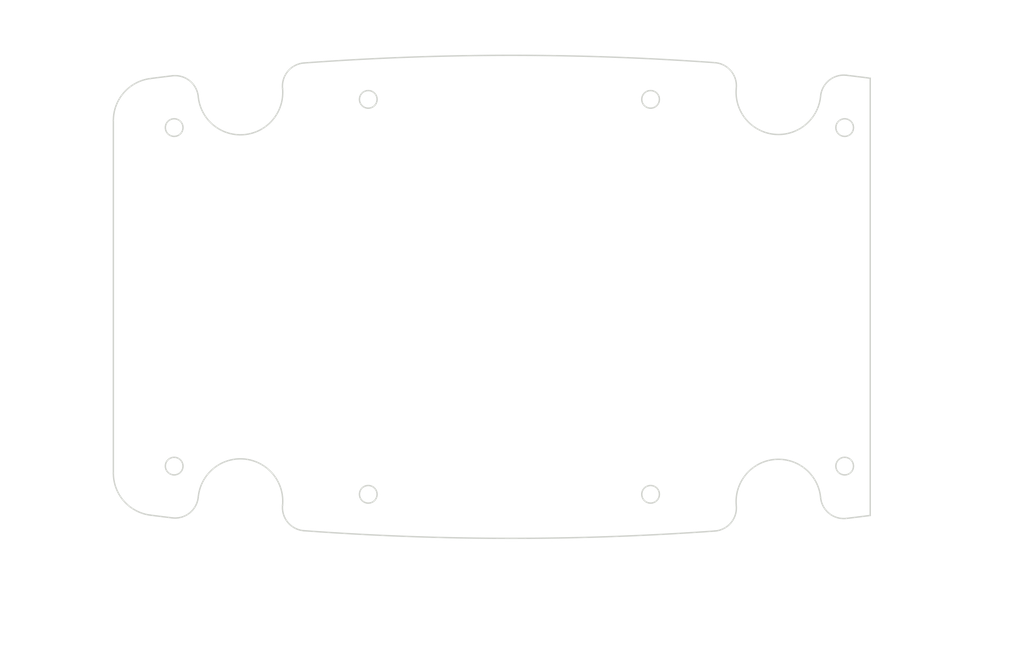
<source format=kicad_pcb>
(kicad_pcb (version 20221018) (generator pcbnew)

  (general
    (thickness 1.6)
  )

  (paper "A4")
  (layers
    (0 "F.Cu" signal)
    (31 "B.Cu" signal)
    (32 "B.Adhes" user "B.Adhesive")
    (33 "F.Adhes" user "F.Adhesive")
    (34 "B.Paste" user)
    (35 "F.Paste" user)
    (36 "B.SilkS" user "B.Silkscreen")
    (37 "F.SilkS" user "F.Silkscreen")
    (38 "B.Mask" user)
    (39 "F.Mask" user)
    (40 "Dwgs.User" user "User.Drawings")
    (41 "Cmts.User" user "User.Comments")
    (42 "Eco1.User" user "User.Eco1")
    (43 "Eco2.User" user "User.Eco2")
    (44 "Edge.Cuts" user)
    (45 "Margin" user)
    (46 "B.CrtYd" user "B.Courtyard")
    (47 "F.CrtYd" user "F.Courtyard")
    (48 "B.Fab" user)
    (49 "F.Fab" user)
  )

  (setup
    (pad_to_mask_clearance 0.051)
    (solder_mask_min_width 0.25)
    (pcbplotparams
      (layerselection 0x00010fc_ffffffff)
      (plot_on_all_layers_selection 0x0000000_00000000)
      (disableapertmacros false)
      (usegerberextensions false)
      (usegerberattributes false)
      (usegerberadvancedattributes false)
      (creategerberjobfile false)
      (dashed_line_dash_ratio 12.000000)
      (dashed_line_gap_ratio 3.000000)
      (svgprecision 4)
      (plotframeref false)
      (viasonmask false)
      (mode 1)
      (useauxorigin false)
      (hpglpennumber 1)
      (hpglpenspeed 20)
      (hpglpendiameter 15.000000)
      (dxfpolygonmode true)
      (dxfimperialunits true)
      (dxfusepcbnewfont true)
      (psnegative false)
      (psa4output false)
      (plotreference true)
      (plotvalue true)
      (plotinvisibletext false)
      (sketchpadsonfab false)
      (subtractmaskfromsilk false)
      (outputformat 1)
      (mirror false)
      (drillshape 1)
      (scaleselection 1)
      (outputdirectory "")
    )
  )

  (net 0 "")

  (gr_line (start 95.160195 66.496648) (end 77.530904 66.496648)
    (stroke (width 0.2) (type solid)) (layer "Dwgs.User") (tstamp 02e37a8a-03a9-428e-b16a-f521dce21def))
  (gr_line (start 98.160195 131.59269) (end 105.293005 131.59269)
    (stroke (width 0.2) (type solid)) (layer "Dwgs.User") (tstamp 04cbee1e-9848-401e-97a1-b7e134473d23))
  (gr_line (start 163.660195 119.496648) (end 163.660195 134.760501)
    (stroke (width 0.2) (type solid)) (layer "Dwgs.User") (tstamp 0537d66d-8324-470a-9a4b-c80d0616dd1d))
  (gr_line (start 161.660195 131.585501) (end 148.277385 131.585501)
    (stroke (width 0.2) (type solid)) (layer "Dwgs.User") (tstamp 06c56912-11d4-4237-8c5a-4e0a2c417361))
  (gr_line (start 94.160195 109.34913) (end 89.54454 109.34913)
    (stroke (width 0.2) (type solid)) (layer "Dwgs.User") (tstamp 0ac27715-88ab-45c9-ad5d-8f50cdd094c6))
  (gr_line (start 189.160195 131.685897) (end 182.027385 131.685897)
    (stroke (width 0.2) (type solid)) (layer "Dwgs.User") (tstamp 217db09b-b57f-4844-9ff3-296bf699255e))
  (gr_line (start 123.570195 62.496648) (end 123.750195 62.496648)
    (stroke (width 0.2) (type solid)) (layer "Dwgs.User") (tstamp 2b74f127-bae3-4431-a3ca-cf81568770e8))
  (gr_line (start 96.160195 113.496648) (end 96.160195 106.17413)
    (stroke (width 0.2) (type solid)) (layer "Dwgs.User") (tstamp 2cd5025a-fc59-433f-bba5-935d6f0dda53))
  (gr_line (start 195.77585 59.496648) (end 215.016088 59.496648)
    (stroke (width 0.2) (type solid)) (layer "Dwgs.User") (tstamp 32f380a7-adab-4f9b-8f02-bf1c10194c31))
  (gr_line (start 87.54454 116.496648) (end 87.54454 141.780195)
    (stroke (width 0.2) (type solid)) (layer "Dwgs.User") (tstamp 35f5f07d-f560-4242-8ebe-21c5e10064fc))
  (gr_line (start 191.160195 115.496648) (end 191.160195 134.860897)
    (stroke (width 0.2) (type solid)) (layer "Dwgs.User") (tstamp 39b21a92-ad88-44ae-9011-d60f5eb474d0))
  (gr_line (start 155.051688 64.496648) (end 155.051688 86.069532)
    (stroke (width 0.2) (type solid)) (layer "Dwgs.User") (tstamp 3d5b1df8-603f-4232-90d8-1b5657d14a5b))
  (gr_line (start 126.573043 51.62575) (end 124.501357 59.357389)
    (stroke (width 0.2) (type solid)) (layer "Dwgs.User") (tstamp 40ba8696-a7c8-4e1d-bf11-acc44aa60bc9))
  (gr_line (start 165.660195 131.685897) (end 172.793005 131.685897)
    (stroke (width 0.2) (type solid)) (layer "Dwgs.User") (tstamp 4300a3d5-3f98-48ba-bca1-e3188f0c837b))
  (gr_line (start 125.660195 131.585501) (end 139.043005 131.585501)
    (stroke (width 0.2) (type solid)) (layer "Dwgs.User") (tstamp 52949149-23ad-4ece-ab56-5051cfc7dbc1))
  (gr_line (start 123.660195 62.586648) (end 123.660195 62.406648)
    (stroke (width 0.2) (type solid)) (layer "Dwgs.User") (tstamp 53818d0d-368f-4470-9e00-98fb281842b0))
  (gr_line (start 143.538221 58.252753) (end 143.538221 86.093844)
    (stroke (width 0.2) (type solid)) (layer "Dwgs.User") (tstamp 59a87412-f5e2-42e3-bda8-7f8d809e886e))
  (gr_line (start 162.660195 62.496648) (end 151.876688 62.496648)
    (stroke (width 0.2) (type solid)) (layer "Dwgs.User") (tstamp 65a17ad4-07ba-432b-a08e-0a2f3bd41955))
  (gr_line (start 80.705904 112.496648) (end 80.705904 94.399513)
    (stroke (width 0.2) (type solid)) (layer "Dwgs.User") (tstamp 677c998c-14b5-48b9-9135-d98bbe26ab70))
  (gr_line (start 81.89548 57.74385) (end 83.89548 57.74385)
    (stroke (width 0.2) (type solid)) (layer "Dwgs.User") (tstamp 6a70697f-b343-4dcd-9624-9b4b140f751d))
  (gr_line (start 89.54454 138.605195) (end 135.262651 138.605195)
    (stroke (width 0.2) (type solid)) (layer "Dwgs.User") (tstamp 74ed0158-598a-40dd-96f1-a7cfd99d804d))
  (gr_line (start 110.624482 52.071009) (end 112.476044 55.86471)
    (stroke (width 0.2) (type solid)) (layer "Dwgs.User") (tstamp 7dbf0dcb-6e3c-408b-b214-3bdff9b2b9b9))
  (gr_line (start 211.841088 61.496648) (end 211.841088 87.034011)
    (stroke (width 0.2) (type solid)) (layer "Dwgs.User") (tstamp 8791804c-4555-4761-9d02-a1d7a0752741))
  (gr_line (start 163.660195 119.496648) (end 163.660195 134.860897)
    (stroke (width 0.2) (type solid)) (layer "Dwgs.User") (tstamp 88af5328-2a59-4e51-a674-452ad258a03e))
  (gr_line (start 113.222788 74.539862) (end 111.222788 74.539862)
    (stroke (width 0.2) (type solid)) (layer "Dwgs.User") (tstamp 8a34dd8a-219a-4563-ab41-16695911cd82))
  (gr_line (start 192.77585 138.605195) (end 146.057739 138.605195)
    (stroke (width 0.2) (type solid)) (layer "Dwgs.User") (tstamp 8b9f09ba-fdf7-4df6-b35c-bd58f359ae29))
  (gr_line (start 83.89548 57.74385) (end 87.308181 60.485877)
    (stroke (width 0.2) (type solid)) (layer "Dwgs.User") (tstamp a28b76de-702e-49b4-b2f5-3deabda42562))
  (gr_line (start 111.222788 74.539862) (end 108.744643 68.861936)
    (stroke (width 0.2) (type solid)) (layer "Dwgs.User") (tstamp a44f0df6-25a1-4023-8a71-8a2b73bad491))
  (gr_line (start 194.77585 122.496648) (end 194.77585 141.780195)
    (stroke (width 0.2) (type solid)) (layer "Dwgs.User") (tstamp aa0c8d94-e93f-488f-9332-9ab6cb584d52))
  (gr_line (start 123.660195 119.496648) (end 123.660195 134.76769)
    (stroke (width 0.2) (type solid)) (layer "Dwgs.User") (tstamp ae9c8a31-92e8-45b5-9d02-bda4f6121bff))
  (gr_line (start 211.841088 119.496648) (end 211.841088 94.839741)
    (stroke (width 0.2) (type solid)) (layer "Dwgs.User") (tstamp c233cd12-03e4-428d-af43-2fbc5195387a))
  (gr_line (start 95.160195 114.496648) (end 77.530904 114.496648)
    (stroke (width 0.2) (type solid)) (layer "Dwgs.User") (tstamp c7dbae36-4091-4643-9566-a98e125b37c5))
  (gr_line (start 87.54454 109.34913) (end 85.54454 109.34913)
    (stroke (width 0.2) (type solid)) (layer "Dwgs.User") (tstamp c9ca0c27-cac8-441e-b6f7-f1afaa2cd404))
  (gr_line (start 155.051688 116.496648) (end 155.051688 93.875262)
    (stroke (width 0.2) (type solid)) (layer "Dwgs.User") (tstamp caf9f254-097f-46f4-b7f3-156648dcf402))
  (gr_line (start 123.660195 119.496648) (end 123.660195 134.760501)
    (stroke (width 0.2) (type solid)) (layer "Dwgs.User") (tstamp d075f145-404f-4e2a-9fba-65c4217ca9df))
  (gr_line (start 121.660195 131.59269) (end 114.527385 131.59269)
    (stroke (width 0.2) (type solid)) (layer "Dwgs.User") (tstamp d11dad2a-9350-461c-8fca-ba2aded6300f))
  (gr_line (start 195.77585 121.496648) (end 215.016088 121.496648)
    (stroke (width 0.2) (type solid)) (layer "Dwgs.User") (tstamp e0314df3-600c-4845-a293-b202917d91b8))
  (gr_line (start 143.538221 122.740665) (end 143.538221 93.899574)
    (stroke (width 0.2) (type solid)) (layer "Dwgs.User") (tstamp e34af245-3d48-4ad7-8f5e-a7d248f76064))
  (gr_line (start 162.660195 118.496648) (end 151.876688 118.496648)
    (stroke (width 0.2) (type solid)) (layer "Dwgs.User") (tstamp e8eee315-87be-42a9-8b9a-fb55c3253388))
  (gr_line (start 80.705904 68.496648) (end 80.705904 86.593783)
    (stroke (width 0.2) (type solid)) (layer "Dwgs.User") (tstamp ec1387b7-20be-4bc9-a567-a155e6904980))
  (gr_line (start 108.624482 52.071009) (end 110.624482 52.071009)
    (stroke (width 0.2) (type solid)) (layer "Dwgs.User") (tstamp f166880c-eb4a-4683-a810-3e2172a6f4ce))
  (gr_line (start 96.160195 115.496648) (end 96.160195 134.76769)
    (stroke (width 0.2) (type solid)) (layer "Dwgs.User") (tstamp fbd9bb36-f026-401c-9778-a0b66a7cf0ab))
  (gr_line (start 128.684748 51.62575) (end 126.573043 51.62575)
    (stroke (width 0.2) (type solid)) (layer "Dwgs.User") (tstamp fc965812-dae1-45b5-9825-27c0f053b1fd))
  (gr_arc (start 187.748454 62.043075) (mid 188.963345 59.788063) (end 191.4254 59.081436)
    (stroke (width 0.2) (type solid)) (layer "Edge.Cuts") (tstamp 02c523f3-90da-40ca-88cd-7dcfd266444f))
  (gr_circle (center 123.660195 118.496648) (end 124.910195 118.496648)
    (stroke (width 0.2) (type solid)) (fill none) (layer "Edge.Cuts") (tstamp 092c2b24-1093-42f2-ab8a-c34a5b7b0807))
  (gr_line (start 194.77585 121.496648) (end 194.77585 59.496648)
    (stroke (width 0.2) (type solid)) (layer "Edge.Cuts") (tstamp 0c7de331-c0f3-42ae-a5b5-6e7ac2e5e322))
  (gr_arc (start 114.557741 57.336654) (mid 143.656099 56.252753) (end 172.756114 57.291228)
    (stroke (width 0.2) (type solid)) (layer "Edge.Cuts") (tstamp 1891c946-820a-4648-827c-e8e360203d85))
  (gr_arc (start 111.516243 60.947821) (mid 112.27665 58.501841) (end 114.557741 57.336654)
    (stroke (width 0.2) (type solid)) (layer "Edge.Cuts") (tstamp 470e2c1b-5b8d-4a17-8230-3b4cf307f515))
  (gr_line (start 87.54454 65.496648) (end 87.54454 115.496648)
    (stroke (width 0.2) (type solid)) (layer "Edge.Cuts") (tstamp 4831e5fd-43d8-4179-9237-40cd90ab6300))
  (gr_circle (center 191.160195 114.496648) (end 192.410195 114.496648)
    (stroke (width 0.2) (type solid)) (fill none) (layer "Edge.Cuts") (tstamp 4c05a6df-d334-486a-9c4b-e27e9cb5afeb))
  (gr_arc (start 114.557741 123.656643) (mid 112.276649 122.491456) (end 111.516242 120.045475)
    (stroke (width 0.2) (type solid)) (layer "Edge.Cuts") (tstamp 4d8238d0-0bee-4af7-93da-494e910a0401))
  (gr_circle (center 191.160195 66.496648) (end 192.410195 66.496648)
    (stroke (width 0.2) (type solid)) (fill none) (layer "Edge.Cuts") (tstamp 5833f366-a089-4cf9-a1f2-8277683c3eff))
  (gr_circle (center 96.160195 66.496648) (end 97.410195 66.496648)
    (stroke (width 0.2) (type solid)) (fill none) (layer "Edge.Cuts") (tstamp 58891a31-66f3-42ad-9cbe-b5cda6aeec35))
  (gr_arc (start 95.891273 59.156003) (mid 98.354428 59.858786) (end 99.572837 62.111899)
    (stroke (width 0.2) (type solid)) (layer "Edge.Cuts") (tstamp 66d6cb3a-31d2-4095-a608-99d2104d6d8e))
  (gr_circle (center 163.660195 62.496648) (end 164.910195 62.496648)
    (stroke (width 0.2) (type solid)) (fill none) (layer "Edge.Cuts") (tstamp 677aac8d-5dbf-4526-bff0-bab1c22bd8ae))
  (gr_arc (start 111.516243 60.947821) (mid 106.126579 67.501563) (end 99.572837 62.111899)
    (stroke (width 0.2) (type solid)) (layer "Edge.Cuts") (tstamp 67de48b9-02fb-4aab-b68a-e21921758e51))
  (gr_arc (start 194.77585 121.496648) (mid 193.101064 121.707794) (end 191.4254 121.911861)
    (stroke (width 0.2) (type solid)) (layer "Edge.Cuts") (tstamp 6a64e5e3-c9f1-4008-a3dc-03ac0131cff6))
  (gr_circle (center 123.660195 62.496648) (end 124.910195 62.496648)
    (stroke (width 0.2) (type solid)) (fill none) (layer "Edge.Cuts") (tstamp 6cd4f437-9566-4fa3-b566-ad776bb3e496))
  (gr_arc (start 92.775695 59.546112) (mid 94.3331 59.347996) (end 95.891272 59.156003)
    (stroke (width 0.2) (type solid)) (layer "Edge.Cuts") (tstamp 6ce89ed1-706e-450e-aacc-9c957ec43c54))
  (gr_circle (center 163.660195 118.496648) (end 164.910195 118.496648)
    (stroke (width 0.2) (type solid)) (fill none) (layer "Edge.Cuts") (tstamp 7b7d414b-c404-42ca-bcfd-6fa76ba838d9))
  (gr_arc (start 172.756114 57.291228) (mid 175.039022 58.452853) (end 175.803246 60.897643)
    (stroke (width 0.2) (type solid)) (layer "Edge.Cuts") (tstamp 81807171-9bb1-465b-893d-2dacd01ec504))
  (gr_arc (start 87.54454 65.496649) (mid 89.038262 61.535151) (end 92.775695 59.546112)
    (stroke (width 0.2) (type solid)) (layer "Edge.Cuts") (tstamp aa4633c1-b9c2-4068-971f-3c52e7cce79a))
  (gr_arc (start 175.803246 120.095653) (mid 181.203134 113.550333) (end 187.748454 118.950221)
    (stroke (width 0.2) (type solid)) (layer "Edge.Cuts") (tstamp aa4a8e1e-9c7a-49a9-aa70-b1d78263b0bc))
  (gr_arc (start 95.891272 121.837293) (mid 94.3331 121.645299) (end 92.775695 121.447184)
    (stroke (width 0.2) (type solid)) (layer "Edge.Cuts") (tstamp ae55e7a0-00d9-4d44-a5b9-51f2b673e1f6))
  (gr_arc (start 92.775696 121.447184) (mid 89.038263 119.458146) (end 87.54454 115.496648)
    (stroke (width 0.2) (type solid)) (layer "Edge.Cuts") (tstamp b1249987-f0a7-4884-ad58-c2cee7b44049))
  (gr_circle (center 96.160195 114.496648) (end 97.410195 114.496648)
    (stroke (width 0.2) (type solid)) (fill none) (layer "Edge.Cuts") (tstamp b3575b19-a45c-4ad7-b6a3-f7205bfbf333))
  (gr_arc (start 191.4254 59.081435) (mid 193.101064 59.285502) (end 194.77585 59.496648)
    (stroke (width 0.2) (type solid)) (layer "Edge.Cuts") (tstamp b65e3d7f-3f8b-4daf-8f1a-97a8b1c75cb7))
  (gr_arc (start 99.572837 118.881398) (mid 98.354427 121.13451) (end 95.891272 121.837293)
    (stroke (width 0.2) (type solid)) (layer "Edge.Cuts") (tstamp b8199915-3ef3-4537-9ea4-243f2874130d))
  (gr_arc (start 191.4254 121.91186) (mid 188.963345 121.205233) (end 187.748454 118.950221)
    (stroke (width 0.2) (type solid)) (layer "Edge.Cuts") (tstamp bd3701e9-eff5-4062-9bf4-9d72d684f8a1))
  (gr_arc (start 99.572838 118.881397) (mid 106.126579 113.491734) (end 111.516242 120.045475)
    (stroke (width 0.2) (type solid)) (layer "Edge.Cuts") (tstamp bd53428e-e30b-4bcf-a7f6-88b305340ae7))
  (gr_arc (start 175.803246 120.095653) (mid 175.039022 122.540443) (end 172.756114 123.702068)
    (stroke (width 0.2) (type solid)) (layer "Edge.Cuts") (tstamp bfd8b5f5-bb2a-4268-926b-f6962e1691cd))
  (gr_arc (start 187.748454 62.043075) (mid 181.203134 67.442963) (end 175.803246 60.897643)
    (stroke (width 0.2) (type solid)) (layer "Edge.Cuts") (tstamp ea59c143-616f-46bd-982a-ba8991d51cc1))
  (gr_arc (start 172.756114 123.702068) (mid 143.656099 124.740543) (end 114.557741 123.656642)
    (stroke (width 0.2) (type solid)) (layer "Edge.Cuts") (tstamp ed11c129-bc5b-4377-aa40-86c2eab93151))
  (gr_text "[2.20]" (at 155.051688 92.054116) (layer "Dwgs.User") (tstamp 03308920-d2ba-4246-8456-8a5dde0e1802)
    (effects (font (size 2 1.8) (thickness 0.25)))
  )
  (gr_text "[R0.24]" (at 118.341341 76.621581) (layer "Dwgs.User") (tstamp 082a193b-20d4-4aef-80b7-214eec0d2e59)
    (effects (font (size 2 1.8) (thickness 0.25)))
  )
  (gr_text " 56.00" (at 155.051688 88.151251) (layer "Dwgs.User") (tstamp 132a7f2f-7677-4a92-b009-93dbb6d8a3f1)
    (effects (font (size 2 1.8) (thickness 0.25)))
  )
  (gr_text " 27.50" (at 177.410195 129.864751) (layer "Dwgs.User") (tstamp 13b3d604-b91d-40a1-aef1-06d3193567d8)
    (effects (font (size 2 1.8) (thickness 0.25)))
  )
  (gr_text "[1.08]" (at 109.910195 133.674409) (layer "Dwgs.User") (tstamp 17f74b90-71eb-49da-9a51-2ce0ff7e230b)
    (effects (font (size 2 1.8) (thickness 0.25)))
  )
  (gr_text " 8.62" (at 81.711116 107.527985) (layer "Dwgs.User") (tstamp 194324f7-5817-4a92-8490-79d404ce07d6)
    (effects (font (size 2 1.8) (thickness 0.25)))
  )
  (gr_text " 62.00" (at 211.841088 89.11573) (layer "Dwgs.User") (tstamp 2c6e1c94-27c1-4e3f-bfac-b3d60b95a68b)
    (effects (font (size 2 1.8) (thickness 0.25)))
  )
  (gr_text "[R0.13]" (at 103.505928 54.152728) (layer "Dwgs.User") (tstamp 2e358ebf-f446-4cca-8836-ee0037b09466)
    (effects (font (size 2 1.8) (thickness 0.25)))
  )
  (gr_text "[.34]" (at 81.711116 111.430849) (layer "Dwgs.User") (tstamp 351d6946-b249-43ce-9642-4e5ffa8bf6a4)
    (effects (font (size 2 1.8) (thickness 0.25)))
  )
  (gr_text "[1.08]" (at 177.410195 133.767616) (layer "Dwgs.User") (tstamp 502a2be0-0575-4ae7-b7fe-37a41ae5bf9c)
    (effects (font (size 2 1.8) (thickness 0.25)))
  )
  (gr_text " 8X ∅2.50\n[∅0.10]" (at 135.708486 51.62575) (layer "Dwgs.User") (tstamp 522ab7df-e569-45ad-873f-8e81cb741fe6)
    (effects (font (size 2 1.8) (thickness 0.25)))
  )
  (gr_text "[2.44]" (at 211.841088 93.018595) (layer "Dwgs.User") (tstamp 56a09613-2cf7-4cd2-a6b3-ffe5f641428e)
    (effects (font (size 2 1.8) (thickness 0.25)))
  )
  (gr_text "[2.70]" (at 143.538221 92.078428) (layer "Dwgs.User") (tstamp 634e8746-47bd-4ddc-9b06-98d0bf47b1c9)
    (effects (font (size 2 1.8) (thickness 0.25)))
  )
  (gr_text "[4.22]" (at 140.660195 140.686914) (layer "Dwgs.User") (tstamp 6cc0e0f5-b6a5-4743-824f-5e136a5deede)
    (effects (font (size 2 1.8) (thickness 0.25)))
  )
  (gr_text " 27.50" (at 109.910195 129.771544) (layer "Dwgs.User") (tstamp 7c6ff90c-e13a-4c10-acb8-0ea4f95195d6)
    (effects (font (size 2 1.8) (thickness 0.25)))
  )
  (gr_text " R6.00" (at 76.776926 55.922705) (layer "Dwgs.User") (tstamp 8030b345-bb97-40c3-8c9c-7808a156d2eb)
    (effects (font (size 2 1.8) (thickness 0.25)))
  )
  (gr_text " 68.49" (at 143.538221 88.175563) (layer "Dwgs.User") (tstamp 8cb03f5d-2e94-4cc9-b98d-6e870802cf6a)
    (effects (font (size 2 1.8) (thickness 0.25)))
  )
  (gr_text " 48.00" (at 80.705904 88.675502) (layer "Dwgs.User") (tstamp ace990bd-728a-4a65-933b-c625e51bcec9)
    (effects (font (size 2 1.8) (thickness 0.25)))
  )
  (gr_text " 40.00" (at 143.660195 129.764355) (layer "Dwgs.User") (tstamp c5291f9f-61f8-4fe0-9223-0e5bf849903e)
    (effects (font (size 2 1.8) (thickness 0.25)))
  )
  (gr_text "[R0.24]" (at 76.776926 59.825569) (layer "Dwgs.User") (tstamp d3ab0d47-8477-42d8-ae47-820392447001)
    (effects (font (size 2 1.8) (thickness 0.25)))
  )
  (gr_text " R3.30" (at 103.505928 50.249181) (layer "Dwgs.User") (tstamp d4e750df-5dd8-4cfe-a421-e5e4c74f8f50)
    (effects (font (size 2 1.8) (thickness 0.25)))
  )
  (gr_text "[1.57]" (at 143.660195 133.66722) (layer "Dwgs.User") (tstamp dc5eb8b1-89fc-4adc-acae-6c33073e88ba)
    (effects (font (size 2 1.8) (thickness 0.25)))
  )
  (gr_text "[1.89]" (at 80.705904 92.578367) (layer "Dwgs.User") (tstamp e24cbdc9-2d27-44c1-a40c-96273e3a5788)
    (effects (font (size 2 1.8) (thickness 0.25)))
  )
  (gr_text " 107.23" (at 140.660195 136.783367) (layer "Dwgs.User") (tstamp ef3db266-ee18-45e6-befe-f80cac358d55)
    (effects (font (size 2 1.8) (thickness 0.25)))
  )
  (gr_text " R6.00" (at 118.341341 72.718716) (layer "Dwgs.User") (tstamp f0a0ca4b-cf55-4121-8d36-66d553e12c21)
    (effects (font (size 2 1.8) (thickness 0.25)))
  )

)

</source>
